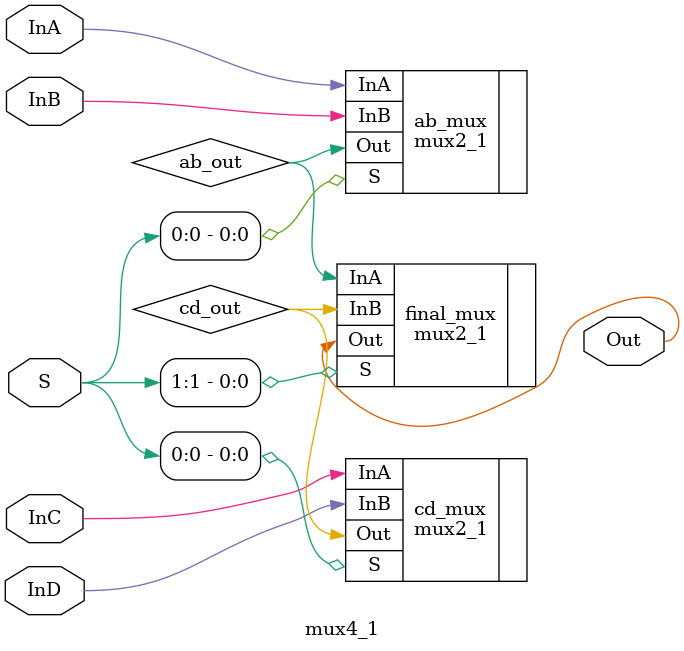
<source format=v>
/*
    CS/ECE 552 Spring '20
    Homework #1, Problem 1

    4-1 mux template
*/
module mux4_1(InA, InB, InC, InD, S, Out);
    input        InA, InB, InC, InD;
    input [1:0]  S;
    output       Out;

    // YOUR CODE HERE

    // both 2-1 muxes output wires for ab and cd
    wire ab_out;
    wire cd_out;

    // all 3 muxes needed, final one computing the out between the 2 2-1 muxes
    mux2_1 ab_mux(.InA(InA), .InB(InB), .S(S[0]), .Out(ab_out));
    mux2_1 cd_mux(.InA(InC), .InB(InD), .S(S[0]), .Out(cd_out));
    mux2_1 final_mux(.InA(ab_out), .InB(cd_out), .S(S[1]), .Out(Out));

endmodule

</source>
